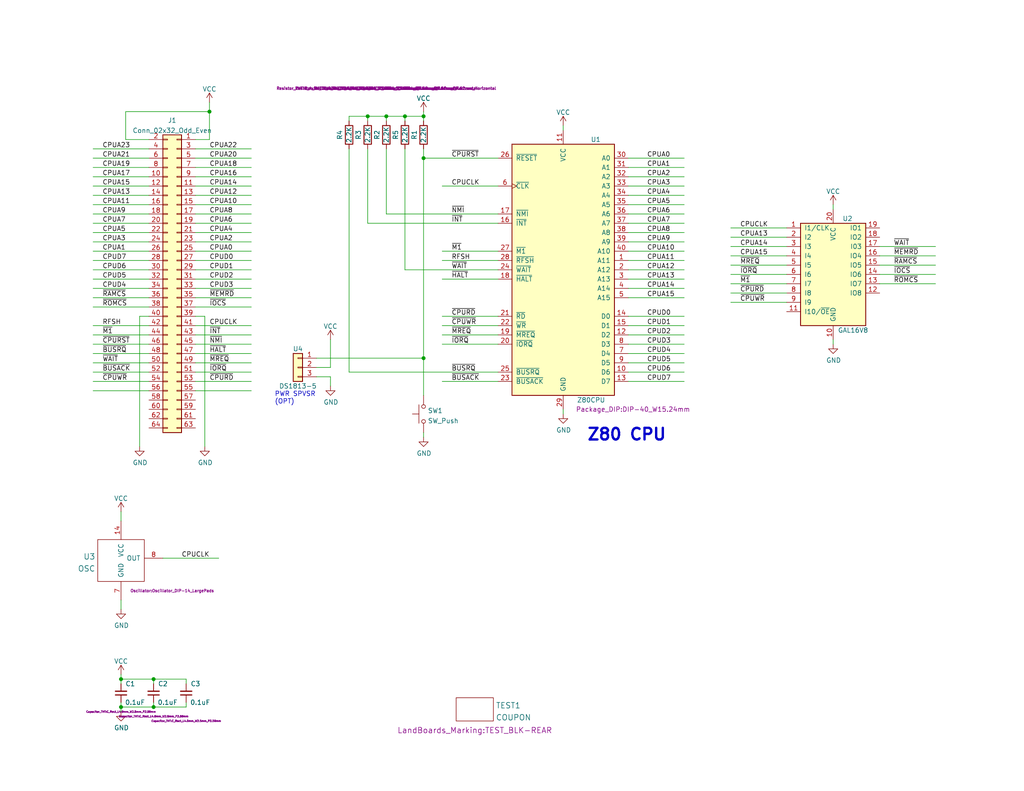
<source format=kicad_sch>
(kicad_sch (version 20231120) (generator "eeschema") (generator_version "8.0")
  (paper "A")
  (title_block (title "LB-Z80-01") (date "2022-09-09") (rev "1") (company "Land Boards LLC"))
  (lib_symbols
    (symbol "Connector_Generic:Conn_01x03" (pin_names (offset 1.016) hide)
      (property "Reference" "J" (at 0 5.08 0))
      (property "Value" "Conn_01x03" (at 0 -5.08 0))
      (symbol "Conn_01x03_1_1"
        (rectangle (start -1.27 -2.413) (end 0 -2.667) (stroke (width 0.1524)))
        (rectangle (start -1.27 0.127) (end 0 -0.127) (stroke (width 0.1524)))
        (rectangle (start -1.27 2.667) (end 0 2.413) (stroke (width 0.1524)))
        (rectangle (start -1.27 3.81) (end 1.27 -3.81) (stroke (width 0.254)) (fill (type background)))
        (pin passive line (at -5.08 2.54 0) (length 3.81) (name "Pin_1") (number "1"))
        (pin passive line (at -5.08 0 0) (length 3.81) (name "Pin_2") (number "2"))
        (pin passive line (at -5.08 -2.54 0) (length 3.81) (name "Pin_3") (number "3"))
      )
    )
    (symbol "Connector_Generic:Conn_02x32_Odd_Even" (pin_names (offset 1.016) hide)
      (property "Reference" "J" (at 1.27 40.64 0))
      (property "Value" "Conn_02x32_Odd_Even" (at 1.27 -43.18 0))
      (symbol "Conn_02x32_Odd_Even_1_1"
        (rectangle (start -1.27 -40.513) (end 0 -40.767) (stroke (width 0.1524)))
        (rectangle (start -1.27 -37.973) (end 0 -38.227) (stroke (width 0.1524)))
        (rectangle (start -1.27 -35.433) (end 0 -35.687) (stroke (width 0.1524)))
        (rectangle (start -1.27 -32.893) (end 0 -33.147) (stroke (width 0.1524)))
        (rectangle (start -1.27 -30.353) (end 0 -30.607) (stroke (width 0.1524)))
        (rectangle (start -1.27 -27.813) (end 0 -28.067) (stroke (width 0.1524)))
        (rectangle (start -1.27 -25.273) (end 0 -25.527) (stroke (width 0.1524)))
        (rectangle (start -1.27 -22.733) (end 0 -22.987) (stroke (width 0.1524)))
        (rectangle (start -1.27 -20.193) (end 0 -20.447) (stroke (width 0.1524)))
        (rectangle (start -1.27 -17.653) (end 0 -17.907) (stroke (width 0.1524)))
        (rectangle (start -1.27 -15.113) (end 0 -15.367) (stroke (width 0.1524)))
        (rectangle (start -1.27 -12.573) (end 0 -12.827) (stroke (width 0.1524)))
        (rectangle (start -1.27 -10.033) (end 0 -10.287) (stroke (width 0.1524)))
        (rectangle (start -1.27 -7.493) (end 0 -7.747) (stroke (width 0.1524)))
        (rectangle (start -1.27 -4.953) (end 0 -5.207) (stroke (width 0.1524)))
        (rectangle (start -1.27 -2.413) (end 0 -2.667) (stroke (width 0.1524)))
        (rectangle (start -1.27 0.127) (end 0 -0.127) (stroke (width 0.1524)))
        (rectangle (start -1.27 2.667) (end 0 2.413) (stroke (width 0.1524)))
        (rectangle (start -1.27 5.207) (end 0 4.953) (stroke (width 0.1524)))
        (rectangle (start -1.27 7.747) (end 0 7.493) (stroke (width 0.1524)))
        (rectangle (start -1.27 10.287) (end 0 10.033) (stroke (width 0.1524)))
        (rectangle (start -1.27 12.827) (end 0 12.573) (stroke (width 0.1524)))
        (rectangle (start -1.27 15.367) (end 0 15.113) (stroke (width 0.1524)))
        (rectangle (start -1.27 17.907) (end 0 17.653) (stroke (width 0.1524)))
        (rectangle (start -1.27 20.447) (end 0 20.193) (stroke (width 0.1524)))
        (rectangle (start -1.27 22.987) (end 0 22.733) (stroke (width 0.1524)))
        (rectangle (start -1.27 25.527) (end 0 25.273) (stroke (width 0.1524)))
        (rectangle (start -1.27 28.067) (end 0 27.813) (stroke (width 0.1524)))
        (rectangle (start -1.27 30.607) (end 0 30.353) (stroke (width 0.1524)))
        (rectangle (start -1.27 33.147) (end 0 32.893) (stroke (width 0.1524)))
        (rectangle (start -1.27 35.687) (end 0 35.433) (stroke (width 0.1524)))
        (rectangle (start -1.27 38.227) (end 0 37.973) (stroke (width 0.1524)))
        (rectangle (start -1.27 39.37) (end 3.81 -41.91) (stroke (width 0.254)) (fill (type background)))
        (rectangle (start 3.81 -40.513) (end 2.54 -40.767) (stroke (width 0.1524)))
        (rectangle (start 3.81 -37.973) (end 2.54 -38.227) (stroke (width 0.1524)))
        (rectangle (start 3.81 -35.433) (end 2.54 -35.687) (stroke (width 0.1524)))
        (rectangle (start 3.81 -32.893) (end 2.54 -33.147) (stroke (width 0.1524)))
        (rectangle (start 3.81 -30.353) (end 2.54 -30.607) (stroke (width 0.1524)))
        (rectangle (start 3.81 -27.813) (end 2.54 -28.067) (stroke (width 0.1524)))
        (rectangle (start 3.81 -25.273) (end 2.54 -25.527) (stroke (width 0.1524)))
        (rectangle (start 3.81 -22.733) (end 2.54 -22.987) (stroke (width 0.1524)))
        (rectangle (start 3.81 -20.193) (end 2.54 -20.447) (stroke (width 0.1524)))
        (rectangle (start 3.81 -17.653) (end 2.54 -17.907) (stroke (width 0.1524)))
        (rectangle (start 3.81 -15.113) (end 2.54 -15.367) (stroke (width 0.1524)))
        (rectangle (start 3.81 -12.573) (end 2.54 -12.827) (stroke (width 0.1524)))
        (rectangle (start 3.81 -10.033) (end 2.54 -10.287) (stroke (width 0.1524)))
        (rectangle (start 3.81 -7.493) (end 2.54 -7.747) (stroke (width 0.1524)))
        (rectangle (start 3.81 -4.953) (end 2.54 -5.207) (stroke (width 0.1524)))
        (rectangle (start 3.81 -2.413) (end 2.54 -2.667) (stroke (width 0.1524)))
        (rectangle (start 3.81 0.127) (end 2.54 -0.127) (stroke (width 0.1524)))
        (rectangle (start 3.81 2.667) (end 2.54 2.413) (stroke (width 0.1524)))
        (rectangle (start 3.81 5.207) (end 2.54 4.953) (stroke (width 0.1524)))
        (rectangle (start 3.81 7.747) (end 2.54 7.493) (stroke (width 0.1524)))
        (rectangle (start 3.81 10.287) (end 2.54 10.033) (stroke (width 0.1524)))
        (rectangle (start 3.81 12.827) (end 2.54 12.573) (stroke (width 0.1524)))
        (rectangle (start 3.81 15.367) (end 2.54 15.113) (stroke (width 0.1524)))
        (rectangle (start 3.81 17.907) (end 2.54 17.653) (stroke (width 0.1524)))
        (rectangle (start 3.81 20.447) (end 2.54 20.193) (stroke (width 0.1524)))
        (rectangle (start 3.81 22.987) (end 2.54 22.733) (stroke (width 0.1524)))
        (rectangle (start 3.81 25.527) (end 2.54 25.273) (stroke (width 0.1524)))
        (rectangle (start 3.81 28.067) (end 2.54 27.813) (stroke (width 0.1524)))
        (rectangle (start 3.81 30.607) (end 2.54 30.353) (stroke (width 0.1524)))
        (rectangle (start 3.81 33.147) (end 2.54 32.893) (stroke (width 0.1524)))
        (rectangle (start 3.81 35.687) (end 2.54 35.433) (stroke (width 0.1524)))
        (rectangle (start 3.81 38.227) (end 2.54 37.973) (stroke (width 0.1524)))
        (pin passive line (at -5.08 38.1 0) (length 3.81) (name "Pin_1") (number "1"))
        (pin passive line (at 7.62 27.94 180) (length 3.81) (name "Pin_10") (number "10"))
        (pin passive line (at -5.08 25.4 0) (length 3.81) (name "Pin_11") (number "11"))
        (pin passive line (at 7.62 25.4 180) (length 3.81) (name "Pin_12") (number "12"))
        (pin passive line (at -5.08 22.86 0) (length 3.81) (name "Pin_13") (number "13"))
        (pin passive line (at 7.62 22.86 180) (length 3.81) (name "Pin_14") (number "14"))
        (pin passive line (at -5.08 20.32 0) (length 3.81) (name "Pin_15") (number "15"))
        (pin passive line (at 7.62 20.32 180) (length 3.81) (name "Pin_16") (number "16"))
        (pin passive line (at -5.08 17.78 0) (length 3.81) (name "Pin_17") (number "17"))
        (pin passive line (at 7.62 17.78 180) (length 3.81) (name "Pin_18") (number "18"))
        (pin passive line (at -5.08 15.24 0) (length 3.81) (name "Pin_19") (number "19"))
        (pin passive line (at 7.62 38.1 180) (length 3.81) (name "Pin_2") (number "2"))
        (pin passive line (at 7.62 15.24 180) (length 3.81) (name "Pin_20") (number "20"))
        (pin passive line (at -5.08 12.7 0) (length 3.81) (name "Pin_21") (number "21"))
        (pin passive line (at 7.62 12.7 180) (length 3.81) (name "Pin_22") (number "22"))
        (pin passive line (at -5.08 10.16 0) (length 3.81) (name "Pin_23") (number "23"))
        (pin passive line (at 7.62 10.16 180) (length 3.81) (name "Pin_24") (number "24"))
        (pin passive line (at -5.08 7.62 0) (length 3.81) (name "Pin_25") (number "25"))
        (pin passive line (at 7.62 7.62 180) (length 3.81) (name "Pin_26") (number "26"))
        (pin passive line (at -5.08 5.08 0) (length 3.81) (name "Pin_27") (number "27"))
        (pin passive line (at 7.62 5.08 180) (length 3.81) (name "Pin_28") (number "28"))
        (pin passive line (at -5.08 2.54 0) (length 3.81) (name "Pin_29") (number "29"))
        (pin passive line (at -5.08 35.56 0) (length 3.81) (name "Pin_3") (number "3"))
        (pin passive line (at 7.62 2.54 180) (length 3.81) (name "Pin_30") (number "30"))
        (pin passive line (at -5.08 0 0) (length 3.81) (name "Pin_31") (number "31"))
        (pin passive line (at 7.62 0 180) (length 3.81) (name "Pin_32") (number "32"))
        (pin passive line (at -5.08 -2.54 0) (length 3.81) (name "Pin_33") (number "33"))
        (pin passive line (at 7.62 -2.54 180) (length 3.81) (name "Pin_34") (number "34"))
        (pin passive line (at -5.08 -5.08 0) (length 3.81) (name "Pin_35") (number "35"))
        (pin passive line (at 7.62 -5.08 180) (length 3.81) (name "Pin_36") (number "36"))
        (pin passive line (at -5.08 -7.62 0) (length 3.81) (name "Pin_37") (number "37"))
        (pin passive line (at 7.62 -7.62 180) (length 3.81) (name "Pin_38") (number "38"))
        (pin passive line (at -5.08 -10.16 0) (length 3.81) (name "Pin_39") (number "39"))
        (pin passive line (at 7.62 35.56 180) (length 3.81) (name "Pin_4") (number "4"))
        (pin passive line (at 7.62 -10.16 180) (length 3.81) (name "Pin_40") (number "40"))
        (pin passive line (at -5.08 -12.7 0) (length 3.81) (name "Pin_41") (number "41"))
        (pin passive line (at 7.62 -12.7 180) (length 3.81) (name "Pin_42") (number "42"))
        (pin passive line (at -5.08 -15.24 0) (length 3.81) (name "Pin_43") (number "43"))
        (pin passive line (at 7.62 -15.24 180) (length 3.81) (name "Pin_44") (number "44"))
        (pin passive line (at -5.08 -17.78 0) (length 3.81) (name "Pin_45") (number "45"))
        (pin passive line (at 7.62 -17.78 180) (length 3.81) (name "Pin_46") (number "46"))
        (pin passive line (at -5.08 -20.32 0) (length 3.81) (name "Pin_47") (number "47"))
        (pin passive line (at 7.62 -20.32 180) (length 3.81) (name "Pin_48") (number "48"))
        (pin passive line (at -5.08 -22.86 0) (length 3.81) (name "Pin_49") (number "49"))
        (pin passive line (at -5.08 33.02 0) (length 3.81) (name "Pin_5") (number "5"))
        (pin passive line (at 7.62 -22.86 180) (length 3.81) (name "Pin_50") (number "50"))
        (pin passive line (at -5.08 -25.4 0) (length 3.81) (name "Pin_51") (number "51"))
        (pin passive line (at 7.62 -25.4 180) (length 3.81) (name "Pin_52") (number "52"))
        (pin passive line (at -5.08 -27.94 0) (length 3.81) (name "Pin_53") (number "53"))
        (pin passive line (at 7.62 -27.94 180) (length 3.81) (name "Pin_54") (number "54"))
        (pin passive line (at -5.08 -30.48 0) (length 3.81) (name "Pin_55") (number "55"))
        (pin passive line (at 7.62 -30.48 180) (length 3.81) (name "Pin_56") (number "56"))
        (pin passive line (at -5.08 -33.02 0) (length 3.81) (name "Pin_57") (number "57"))
        (pin passive line (at 7.62 -33.02 180) (length 3.81) (name "Pin_58") (number "58"))
        (pin passive line (at -5.08 -35.56 0) (length 3.81) (name "Pin_59") (number "59"))
        (pin passive line (at 7.62 33.02 180) (length 3.81) (name "Pin_6") (number "6"))
        (pin passive line (at 7.62 -35.56 180) (length 3.81) (name "Pin_60") (number "60"))
        (pin passive line (at -5.08 -38.1 0) (length 3.81) (name "Pin_61") (number "61"))
        (pin passive line (at 7.62 -38.1 180) (length 3.81) (name "Pin_62") (number "62"))
        (pin passive line (at -5.08 -40.64 0) (length 3.81) (name "Pin_63") (number "63"))
        (pin passive line (at 7.62 -40.64 180) (length 3.81) (name "Pin_64") (number "64"))
        (pin passive line (at -5.08 30.48 0) (length 3.81) (name "Pin_7") (number "7"))
        (pin passive line (at 7.62 30.48 180) (length 3.81) (name "Pin_8") (number "8"))
        (pin passive line (at -5.08 27.94 0) (length 3.81) (name "Pin_9") (number "9"))
      )
    )
    (symbol "Device:C_Small" (pin_numbers hide) (pin_names (offset 0.254) hide)
      (property "Reference" "C" (at 0.254 1.778 0))
      (property "Value" "C_Small" (at 0.254 -2.032 0))
      (symbol "C_Small_0_1"
        (polyline (pts (xy -1.524 -0.508) (xy 1.524 -0.508)) (stroke (width 0.3302)))
        (polyline (pts (xy -1.524 0.508) (xy 1.524 0.508)) (stroke (width 0.3048)))
      )
      (symbol "C_Small_1_1"
        (pin passive line (at 0 2.54 270) (length 2.032) (name "~") (number "1"))
        (pin passive line (at 0 -2.54 90) (length 2.032) (name "~") (number "2"))
      )
    )
    (symbol "Device:R" (pin_numbers hide) (pin_names (offset 0))
      (property "Reference" "R" (at 2.032 0 90))
      (property "Value" "R" (at 0 0 90))
      (symbol "R_0_1"
        (rectangle (start -1.016 -2.54) (end 1.016 2.54) (stroke (width 0.254)))
      )
      (symbol "R_1_1"
        (pin passive line (at 0 3.81 270) (length 1.27) (name "~") (number "1"))
        (pin passive line (at 0 -3.81 90) (length 1.27) (name "~") (number "2"))
      )
    )
    (symbol "LandBoards:COUPON" (pin_names (offset 1.016))
      (property "Reference" "COUP?" (at 0 0 0))
      (property "Value" "COUPON" (at 0 0 0))
      (symbol "COUPON_0_1"
        (rectangle (start -5.08 0) (end 5.08 6.35))
      )
    )
    (symbol "LandBoards_Semis:OSC" (pin_names (offset 1.016))
      (property "Reference" "U" (at 3.81 6.35 0))
      (property "Value" "OSC" (at 5.08 -7.62 0))
      (symbol "OSC_0_1"
        (rectangle (start 6.35 -6.35) (end -6.35 5.08))
      )
      (symbol "OSC_1_1"
        (pin power_in line (at 0 10.16 270) (length 5.08) (name "VCC") (number "14"))
        (pin power_in line (at 0 -11.43 90) (length 5.08) (name "GND") (number "7"))
        (pin output line (at 11.43 0 180) (length 5.08) (name "OUT") (number "8"))
      )
    )
    (symbol "Logic_Programmable:GAL16V8" (pin_names (offset 1.016))
      (property "Reference" "U" (at -8.89 16.51 0))
      (property "Value" "GAL16V8" (at 1.27 16.51 0))
      (symbol "GAL16V8_0_0"
        (pin power_in line (at 0 -17.78 90) (length 3.81) (name "GND") (number "10"))
        (pin power_in line (at 0 17.78 270) (length 3.81) (name "VCC") (number "20"))
      )
      (symbol "GAL16V8_0_1"
        (rectangle (start -8.89 13.97) (end 8.89 -13.97) (stroke (width 0.254)) (fill (type background)))
      )
      (symbol "GAL16V8_1_1"
        (pin input line (at -12.7 12.7 0) (length 3.81) (name "I1/CLK") (number "1"))
        (pin input line (at -12.7 -10.16 0) (length 3.81) (name "I10/~{OE}") (number "11"))
        (pin tri_state line (at 12.7 -5.08 180) (length 3.81) (name "IO8") (number "12"))
        (pin tri_state line (at 12.7 -2.54 180) (length 3.81) (name "IO7") (number "13"))
        (pin tri_state line (at 12.7 0 180) (length 3.81) (name "IO6") (number "14"))
        (pin tri_state line (at 12.7 2.54 180) (length 3.81) (name "IO5") (number "15"))
        (pin tri_state line (at 12.7 5.08 180) (length 3.81) (name "IO4") (number "16"))
        (pin tri_state line (at 12.7 7.62 180) (length 3.81) (name "I03") (number "17"))
        (pin tri_state line (at 12.7 10.16 180) (length 3.81) (name "IO2") (number "18"))
        (pin tri_state line (at 12.7 12.7 180) (length 3.81) (name "IO1") (number "19"))
        (pin input line (at -12.7 10.16 0) (length 3.81) (name "I2") (number "2"))
        (pin input line (at -12.7 7.62 0) (length 3.81) (name "I3") (number "3"))
        (pin input line (at -12.7 5.08 0) (length 3.81) (name "I4") (number "4"))
        (pin input line (at -12.7 2.54 0) (length 3.81) (name "I5") (number "5"))
        (pin input line (at -12.7 0 0) (length 3.81) (name "I6") (number "6"))
        (pin input line (at -12.7 -2.54 0) (length 3.81) (name "I7") (number "7"))
        (pin input line (at -12.7 -5.08 0) (length 3.81) (name "I8") (number "8"))
        (pin input line (at -12.7 -7.62 0) (length 3.81) (name "I9") (number "9"))
      )
    )
    (symbol "Switch:SW_Push" (pin_numbers hide) (pin_names (offset 1.016) hide)
      (property "Reference" "SW" (at 1.27 2.54 0))
      (property "Value" "SW_Push" (at 0 -1.524 0))
      (symbol "SW_Push_0_1"
        (circle (center -2.032 0) (radius 0.508))
        (polyline (pts (xy 0 1.27) (xy 0 3.048)))
        (polyline (pts (xy 2.54 1.27) (xy -2.54 1.27)))
        (circle (center 2.032 0) (radius 0.508))
        (pin passive line (at -5.08 0 0) (length 2.54) (name "1") (number "1"))
        (pin passive line (at 5.08 0 180) (length 2.54) (name "2") (number "2"))
      )
    )
    (symbol "Z80_CPU-rescue:Z80CPU-Zilog" (pin_names (offset 1.016))
      (property "Reference" "U" (at -13.97 35.56 0))
      (property "Value" "Z80CPU-Zilog" (at 6.35 35.56 0))
      (symbol "Z80CPU-Zilog_0_1"
        (rectangle (start -13.97 34.29) (end 13.97 -34.29) (stroke (width 0.254)) (fill (type background)))
      )
      (symbol "Z80CPU-Zilog_1_1"
        (pin output line (at 17.78 2.54 180) (length 3.81) (name "A11") (number "1"))
        (pin bidirectional line (at 17.78 -27.94 180) (length 3.81) (name "D6") (number "10"))
        (pin power_in line (at 0 38.1 270) (length 3.81) (name "VCC") (number "11"))
        (pin bidirectional line (at 17.78 -17.78 180) (length 3.81) (name "D2") (number "12"))
        (pin bidirectional line (at 17.78 -30.48 180) (length 3.81) (name "D7") (number "13"))
        (pin bidirectional line (at 17.78 -12.7 180) (length 3.81) (name "D0") (number "14"))
        (pin bidirectional line (at 17.78 -15.24 180) (length 3.81) (name "D1") (number "15"))
        (pin input line (at -17.78 12.7 0) (length 3.81) (name "~{INT}") (number "16"))
        (pin input line (at -17.78 15.24 0) (length 3.81) (name "~{NMI}") (number "17"))
        (pin output line (at -17.78 -2.54 0) (length 3.81) (name "~{HALT}") (number "18"))
        (pin output line (at -17.78 -17.78 0) (length 3.81) (name "~{MREQ}") (number "19"))
        (pin output line (at 17.78 0 180) (length 3.81) (name "A12") (number "2"))
        (pin output line (at -17.78 -20.32 0) (length 3.81) (name "~{IORQ}") (number "20"))
        (pin output line (at -17.78 -12.7 0) (length 3.81) (name "~{RD}") (number "21"))
        (pin output line (at -17.78 -15.24 0) (length 3.81) (name "~{WR}") (number "22"))
        (pin output line (at -17.78 -30.48 0) (length 3.81) (name "~{BUSACK}") (number "23"))
        (pin input line (at -17.78 0 0) (length 3.81) (name "~{WAIT}") (number "24"))
        (pin input line (at -17.78 -27.94 0) (length 3.81) (name "~{BUSRQ}") (number "25"))
        (pin input line (at -17.78 30.48 0) (length 3.81) (name "~{RESET}") (number "26"))
        (pin output line (at -17.78 5.08 0) (length 3.81) (name "~{M1}") (number "27"))
        (pin output line (at -17.78 2.54 0) (length 3.81) (name "~{RFSH}") (number "28"))
        (pin power_in line (at 0 -38.1 90) (length 3.81) (name "GND") (number "29"))
        (pin output line (at 17.78 -2.54 180) (length 3.81) (name "A13") (number "3"))
        (pin output line (at 17.78 30.48 180) (length 3.81) (name "A0") (number "30"))
        (pin output line (at 17.78 27.94 180) (length 3.81) (name "A1") (number "31"))
        (pin output line (at 17.78 25.4 180) (length 3.81) (name "A2") (number "32"))
        (pin output line (at 17.78 22.86 180) (length 3.81) (name "A3") (number "33"))
        (pin output line (at 17.78 20.32 180) (length 3.81) (name "A4") (number "34"))
        (pin output line (at 17.78 17.78 180) (length 3.81) (name "A5") (number "35"))
        (pin output line (at 17.78 15.24 180) (length 3.81) (name "A6") (number "36"))
        (pin output line (at 17.78 12.7 180) (length 3.81) (name "A7") (number "37"))
        (pin output line (at 17.78 10.16 180) (length 3.81) (name "A8") (number "38"))
        (pin output line (at 17.78 7.62 180) (length 3.81) (name "A9") (number "39"))
        (pin output line (at 17.78 -5.08 180) (length 3.81) (name "A14") (number "4"))
        (pin output line (at 17.78 5.08 180) (length 3.81) (name "A10") (number "40"))
        (pin output line (at 17.78 -7.62 180) (length 3.81) (name "A15") (number "5"))
        (pin input clock (at -17.78 22.86 0) (length 3.81) (name "~{CLK}") (number "6"))
        (pin bidirectional line (at 17.78 -22.86 180) (length 3.81) (name "D4") (number "7"))
        (pin bidirectional line (at 17.78 -20.32 180) (length 3.81) (name "D3") (number "8"))
        (pin bidirectional line (at 17.78 -25.4 180) (length 3.81) (name "D5") (number "9"))
      )
    )
    (symbol "power:GND" (power) (pin_names (offset 0))
      (property "Value" "GND" (at 0 -3.81 0))
      (symbol "GND_0_1"
        (polyline (pts (xy 0 0) (xy 0 -1.27) (xy 1.27 -1.27) (xy 0 -2.54) (xy -1.27 -1.27) (xy 0 -1.27)))
      )
      (symbol "GND_1_1"
        (pin power_in line (at 0 0 270) (length 0) hide (name "GND") (number "1"))
      )
    )
    (symbol "power:VCC" (power) (pin_names (offset 0))
      (property "Value" "VCC" (at 0 3.81 0))
      (symbol "VCC_0_1"
        (polyline (pts (xy -0.762 1.27) (xy 0 2.54)))
        (polyline (pts (xy 0 0) (xy 0 2.54)))
        (polyline (pts (xy 0 2.54) (xy 0.762 1.27)))
      )
      (symbol "VCC_1_1"
        (pin power_in line (at 0 0 90) (length 0) hide (name "VCC") (number "1"))
      )
    )
  )
  (junction (at 100.33 31.75))
  (junction (at 115.57 43.18))
  (junction (at 33.02 193.04))
  (junction (at 110.49 31.75))
  (junction (at 115.57 97.79))
  (junction (at 105.41 31.75))
  (junction (at 41.91 185.42))
  (junction (at 41.91 193.04))
  (junction (at 33.02 185.42))
  (junction (at 115.57 31.75))
  (junction (at 57.15 30.48))
  (wire (pts (xy 38.1 86.36) (xy 38.1 121.92)))
  (wire (pts (xy 120.65 76.2) (xy 135.89 76.2)))
  (wire (pts (xy 171.45 60.96) (xy 186.69 60.96)))
  (wire (pts (xy 33.02 193.04) (xy 33.02 194.31)))
  (wire (pts (xy 25.4 93.98) (xy 40.64 93.98)))
  (wire (pts (xy 53.34 45.72) (xy 68.58 45.72)))
  (wire (pts (xy 25.4 71.12) (xy 40.64 71.12)))
  (wire (pts (xy 53.34 106.68) (xy 68.58 106.68)))
  (wire (pts (xy 199.39 82.55) (xy 214.63 82.55)))
  (wire (pts (xy 53.34 48.26) (xy 68.58 48.26)))
  (wire (pts (xy 171.45 101.6) (xy 186.69 101.6)))
  (wire (pts (xy 115.57 118.11) (xy 115.57 119.38)))
  (wire (pts (xy 57.15 38.1) (xy 57.15 30.48)))
  (wire (pts (xy 171.45 73.66) (xy 186.69 73.66)))
  (wire (pts (xy 171.45 66.04) (xy 186.69 66.04)))
  (wire (pts (xy 53.34 63.5) (xy 68.58 63.5)))
  (wire (pts (xy 33.02 139.7) (xy 33.02 142.24)))
  (wire (pts (xy 199.39 62.23) (xy 214.63 62.23)))
  (wire (pts (xy 120.65 68.58) (xy 135.89 68.58)))
  (wire (pts (xy 57.15 30.48) (xy 34.29 30.48)))
  (wire (pts (xy 41.91 186.69) (xy 41.91 185.42)))
  (wire (pts (xy 33.02 193.04) (xy 41.91 193.04)))
  (wire (pts (xy 110.49 73.66) (xy 135.89 73.66)))
  (wire (pts (xy 227.33 57.15) (xy 227.33 55.88)))
  (wire (pts (xy 120.65 93.98) (xy 135.89 93.98)))
  (wire (pts (xy 53.34 68.58) (xy 68.58 68.58)))
  (wire (pts (xy 53.34 50.8) (xy 68.58 50.8)))
  (wire (pts (xy 115.57 31.75) (xy 115.57 30.48)))
  (wire (pts (xy 90.17 102.87) (xy 90.17 105.41)))
  (wire (pts (xy 100.33 31.75) (xy 100.33 33.02)))
  (wire (pts (xy 38.1 86.36) (xy 40.64 86.36)))
  (wire (pts (xy 53.34 104.14) (xy 68.58 104.14)))
  (wire (pts (xy 25.4 58.42) (xy 40.64 58.42)))
  (wire (pts (xy 53.34 38.1) (xy 57.15 38.1)))
  (wire (pts (xy 33.02 163.83) (xy 33.02 166.37)))
  (wire (pts (xy 199.39 67.31) (xy 214.63 67.31)))
  (wire (pts (xy 110.49 31.75) (xy 110.49 33.02)))
  (wire (pts (xy 120.65 71.12) (xy 135.89 71.12)))
  (wire (pts (xy 95.25 40.64) (xy 95.25 101.6)))
  (wire (pts (xy 199.39 80.01) (xy 214.63 80.01)))
  (wire (pts (xy 115.57 43.18) (xy 135.89 43.18)))
  (wire (pts (xy 25.4 73.66) (xy 40.64 73.66)))
  (wire (pts (xy 25.4 55.88) (xy 40.64 55.88)))
  (wire (pts (xy 50.8 193.04) (xy 50.8 191.77)))
  (wire (pts (xy 105.41 58.42) (xy 135.89 58.42)))
  (wire (pts (xy 53.34 96.52) (xy 68.58 96.52)))
  (wire (pts (xy 25.4 68.58) (xy 40.64 68.58)))
  (wire (pts (xy 25.4 48.26) (xy 40.64 48.26)))
  (wire (pts (xy 25.4 83.82) (xy 40.64 83.82)))
  (wire (pts (xy 171.45 76.2) (xy 186.69 76.2)))
  (wire (pts (xy 53.34 99.06) (xy 68.58 99.06)))
  (wire (pts (xy 53.34 55.88) (xy 68.58 55.88)))
  (wire (pts (xy 57.15 30.48) (xy 57.15 27.94)))
  (wire (pts (xy 120.65 91.44) (xy 135.89 91.44)))
  (wire (pts (xy 240.03 69.85) (xy 255.27 69.85)))
  (wire (pts (xy 34.29 38.1) (xy 40.64 38.1)))
  (wire (pts (xy 53.34 73.66) (xy 68.58 73.66)))
  (wire (pts (xy 33.02 184.15) (xy 33.02 185.42)))
  (wire (pts (xy 25.4 81.28) (xy 40.64 81.28)))
  (wire (pts (xy 199.39 72.39) (xy 214.63 72.39)))
  (wire (pts (xy 53.34 71.12) (xy 68.58 71.12)))
  (wire (pts (xy 25.4 60.96) (xy 40.64 60.96)))
  (wire (pts (xy 86.36 100.33) (xy 90.17 100.33)))
  (wire (pts (xy 199.39 64.77) (xy 214.63 64.77)))
  (wire (pts (xy 115.57 31.75) (xy 110.49 31.75)))
  (wire (pts (xy 171.45 48.26) (xy 186.69 48.26)))
  (wire (pts (xy 153.67 111.76) (xy 153.67 113.03)))
  (wire (pts (xy 171.45 53.34) (xy 186.69 53.34)))
  (wire (pts (xy 53.34 83.82) (xy 68.58 83.82)))
  (wire (pts (xy 53.34 40.64) (xy 68.58 40.64)))
  (wire (pts (xy 90.17 92.71) (xy 90.17 100.33)))
  (wire (pts (xy 53.34 60.96) (xy 68.58 60.96)))
  (wire (pts (xy 41.91 191.77) (xy 41.91 193.04)))
  (wire (pts (xy 55.88 86.36) (xy 55.88 121.92)))
  (wire (pts (xy 171.45 55.88) (xy 186.69 55.88)))
  (wire (pts (xy 105.41 31.75) (xy 100.33 31.75)))
  (wire (pts (xy 25.4 43.18) (xy 40.64 43.18)))
  (wire (pts (xy 110.49 73.66) (xy 110.49 40.64)))
  (wire (pts (xy 25.4 106.68) (xy 40.64 106.68)))
  (wire (pts (xy 33.02 186.69) (xy 33.02 185.42)))
  (wire (pts (xy 50.8 186.69) (xy 50.8 185.42)))
  (wire (pts (xy 95.25 31.75) (xy 95.25 33.02)))
  (wire (pts (xy 25.4 66.04) (xy 40.64 66.04)))
  (wire (pts (xy 199.39 69.85) (xy 214.63 69.85)))
  (wire (pts (xy 171.45 99.06) (xy 186.69 99.06)))
  (wire (pts (xy 171.45 91.44) (xy 186.69 91.44)))
  (wire (pts (xy 227.33 92.71) (xy 227.33 93.98)))
  (wire (pts (xy 25.4 76.2) (xy 40.64 76.2)))
  (wire (pts (xy 171.45 88.9) (xy 186.69 88.9)))
  (wire (pts (xy 53.34 86.36) (xy 55.88 86.36)))
  (wire (pts (xy 171.45 43.18) (xy 186.69 43.18)))
  (wire (pts (xy 25.4 101.6) (xy 40.64 101.6)))
  (wire (pts (xy 25.4 78.74) (xy 40.64 78.74)))
  (wire (pts (xy 115.57 97.79) (xy 115.57 43.18)))
  (wire (pts (xy 120.65 88.9) (xy 135.89 88.9)))
  (wire (pts (xy 115.57 40.64) (xy 115.57 43.18)))
  (wire (pts (xy 120.65 86.36) (xy 135.89 86.36)))
  (wire (pts (xy 53.34 53.34) (xy 68.58 53.34)))
  (wire (pts (xy 86.36 97.79) (xy 115.57 97.79)))
  (wire (pts (xy 105.41 31.75) (xy 105.41 33.02)))
  (wire (pts (xy 25.4 91.44) (xy 40.64 91.44)))
  (wire (pts (xy 240.03 74.93) (xy 255.27 74.93)))
  (wire (pts (xy 171.45 81.28) (xy 186.69 81.28)))
  (wire (pts (xy 115.57 33.02) (xy 115.57 31.75)))
  (wire (pts (xy 53.34 58.42) (xy 68.58 58.42)))
  (wire (pts (xy 53.34 81.28) (xy 68.58 81.28)))
  (wire (pts (xy 25.4 40.64) (xy 40.64 40.64)))
  (wire (pts (xy 100.33 60.96) (xy 135.89 60.96)))
  (wire (pts (xy 25.4 88.9) (xy 40.64 88.9)))
  (wire (pts (xy 25.4 45.72) (xy 40.64 45.72)))
  (wire (pts (xy 115.57 107.95) (xy 115.57 97.79)))
  (wire (pts (xy 34.29 30.48) (xy 34.29 38.1)))
  (wire (pts (xy 33.02 185.42) (xy 41.91 185.42)))
  (wire (pts (xy 53.34 93.98) (xy 68.58 93.98)))
  (wire (pts (xy 100.33 31.75) (xy 95.25 31.75)))
  (wire (pts (xy 53.34 76.2) (xy 68.58 76.2)))
  (wire (pts (xy 199.39 77.47) (xy 214.63 77.47)))
  (wire (pts (xy 171.45 63.5) (xy 186.69 63.5)))
  (wire (pts (xy 33.02 191.77) (xy 33.02 193.04)))
  (wire (pts (xy 171.45 96.52) (xy 186.69 96.52)))
  (wire (pts (xy 120.65 50.8) (xy 135.89 50.8)))
  (wire (pts (xy 53.34 91.44) (xy 68.58 91.44)))
  (wire (pts (xy 53.34 101.6) (xy 68.58 101.6)))
  (wire (pts (xy 25.4 99.06) (xy 40.64 99.06)))
  (wire (pts (xy 240.03 72.39) (xy 255.27 72.39)))
  (wire (pts (xy 53.34 88.9) (xy 68.58 88.9)))
  (wire (pts (xy 240.03 67.31) (xy 255.27 67.31)))
  (wire (pts (xy 171.45 78.74) (xy 186.69 78.74)))
  (wire (pts (xy 25.4 53.34) (xy 40.64 53.34)))
  (wire (pts (xy 41.91 193.04) (xy 50.8 193.04)))
  (wire (pts (xy 53.34 66.04) (xy 68.58 66.04)))
  (wire (pts (xy 120.65 104.14) (xy 135.89 104.14)))
  (wire (pts (xy 199.39 74.93) (xy 214.63 74.93)))
  (wire (pts (xy 171.45 104.14) (xy 186.69 104.14)))
  (wire (pts (xy 100.33 60.96) (xy 100.33 40.64)))
  (wire (pts (xy 110.49 31.75) (xy 105.41 31.75)))
  (wire (pts (xy 44.45 152.4) (xy 59.69 152.4)))
  (wire (pts (xy 25.4 104.14) (xy 40.64 104.14)))
  (wire (pts (xy 171.45 68.58) (xy 186.69 68.58)))
  (wire (pts (xy 53.34 43.18) (xy 68.58 43.18)))
  (wire (pts (xy 25.4 96.52) (xy 40.64 96.52)))
  (wire (pts (xy 171.45 50.8) (xy 186.69 50.8)))
  (wire (pts (xy 25.4 63.5) (xy 40.64 63.5)))
  (wire (pts (xy 171.45 71.12) (xy 186.69 71.12)))
  (wire (pts (xy 50.8 185.42) (xy 41.91 185.42)))
  (wire (pts (xy 95.25 101.6) (xy 135.89 101.6)))
  (wire (pts (xy 86.36 102.87) (xy 90.17 102.87)))
  (wire (pts (xy 25.4 50.8) (xy 40.64 50.8)))
  (wire (pts (xy 240.03 77.47) (xy 255.27 77.47)))
  (wire (pts (xy 153.67 35.56) (xy 153.67 34.29)))
  (wire (pts (xy 171.45 45.72) (xy 186.69 45.72)))
  (wire (pts (xy 171.45 58.42) (xy 186.69 58.42)))
  (wire (pts (xy 171.45 93.98) (xy 186.69 93.98)))
  (wire (pts (xy 105.41 58.42) (xy 105.41 40.64)))
  (wire (pts (xy 53.34 78.74) (xy 68.58 78.74)))
  (wire (pts (xy 171.45 86.36) (xy 186.69 86.36)))
  (text "Z80 CPU" (at 160.02 120.65 0) (effects (font (size 3.175 3.175) (thickness 0.635) (bold yes)) (justify left bottom)))
  (text "PWR SPVSR\n(OPT)" (at 74.93 110.49 0) (effects (font (size 1.27 1.27)) (justify left bottom)))
  (label "~{BUSRQ}" (at 123.19 101.6 0))
  (label "CPUD6" (at 176.53 101.6 0))
  (label "CPUD3" (at 57.15 78.74 0))
  (label "CPUA22" (at 57.15 40.64 0))
  (label "CPUD0" (at 57.15 71.12 0))
  (label "CPUA9" (at 176.53 66.04 0))
  (label "CPUA1" (at 176.53 45.72 0))
  (label "~{RAMCS}" (at 243.84 72.39 0))
  (label "~{NMI}" (at 57.15 93.98 0))
  (label "~{M1}" (at 201.93 77.47 0))
  (label "~{HALT}" (at 57.15 96.52 0))
  (label "CPUA12" (at 176.53 73.66 0))
  (label "~{IORQ}" (at 57.15 101.6 0))
  (label "~{IOCS}" (at 243.84 74.93 0))
  (label "CPUA3" (at 176.53 50.8 0))
  (label "CPUA21" (at 27.94 43.18 0))
  (label "CPUA18" (at 57.15 45.72 0))
  (label "~{WAIT}" (at 243.84 67.31 0))
  (label "CPUA15" (at 176.53 81.28 0))
  (label "~{CPURD}" (at 123.19 86.36 0))
  (label "~{WAIT}" (at 123.19 73.66 0))
  (label "~{ROMCS}" (at 243.84 77.47 0))
  (label "CPUA0" (at 57.15 68.58 0))
  (label "~{CPURST}" (at 27.94 93.98 0))
  (label "CPUA1" (at 27.94 68.58 0))
  (label "~{NMI}" (at 123.19 58.42 0))
  (label "CPUA5" (at 27.94 63.5 0))
  (label "CPUD7" (at 176.53 104.14 0))
  (label "CPUD3" (at 176.53 93.98 0))
  (label "CPUD4" (at 176.53 96.52 0))
  (label "CPUD7" (at 27.94 71.12 0))
  (label "~{MEMRD}" (at 57.15 81.28 0))
  (label "CPUA4" (at 57.15 63.5 0))
  (label "CPUA10" (at 57.15 55.88 0))
  (label "CPUA6" (at 57.15 60.96 0))
  (label "~{M1}" (at 123.19 68.58 0))
  (label "CPUA8" (at 176.53 63.5 0))
  (label "CPUA11" (at 27.94 55.88 0))
  (label "CPUA2" (at 176.53 48.26 0))
  (label "CPUA12" (at 57.15 53.34 0))
  (label "RFSH" (at 27.94 88.9 0))
  (label "~{RAMCS}" (at 27.94 81.28 0))
  (label "CPUD1" (at 57.15 73.66 0))
  (label "~{MREQ}" (at 57.15 99.06 0))
  (label "CPUCLK" (at 201.93 62.23 0))
  (label "~{CPURD}" (at 57.15 104.14 0))
  (label "CPUA9" (at 27.94 58.42 0))
  (label "~{IORQ}" (at 123.19 93.98 0))
  (label "CPUD5" (at 27.94 76.2 0))
  (label "CPUA14" (at 176.53 78.74 0))
  (label "CPUD6" (at 27.94 73.66 0))
  (label "~{BUSACK}" (at 123.19 104.14 0))
  (label "~{CPUWR}" (at 123.19 88.9 0))
  (label "CPUA10" (at 176.53 68.58 0))
  (label "CPUA7" (at 27.94 60.96 0))
  (label "CPUA19" (at 27.94 45.72 0))
  (label "~{BUSACK}" (at 27.94 101.6 0))
  (label "~{IOCS}" (at 57.15 83.82 0))
  (label "~{CPURD}" (at 201.93 80.01 0))
  (label "~{IORQ}" (at 201.93 74.93 0))
  (label "~{MREQ}" (at 201.93 72.39 0))
  (label "CPUCLK" (at 57.15 88.9 0))
  (label "~{BUSRQ}" (at 27.94 96.52 0))
  (label "RFSH" (at 123.19 71.12 0))
  (label "~{ROMCS}" (at 27.94 83.82 0))
  (label "CPUD4" (at 27.94 78.74 0))
  (label "CPUA17" (at 27.94 48.26 0))
  (label "CPUA13" (at 27.94 53.34 0))
  (label "CPUD2" (at 176.53 91.44 0))
  (label "CPUCLK" (at 49.53 152.4 0))
  (label "~{CPUWR}" (at 201.93 82.55 0))
  (label "CPUA20" (at 57.15 43.18 0))
  (label "CPUA2" (at 57.15 66.04 0))
  (label "CPUA4" (at 176.53 53.34 0))
  (label "~{WAIT}" (at 27.94 99.06 0))
  (label "CPUA13" (at 176.53 76.2 0))
  (label "~{CPUWR}" (at 27.94 104.14 0))
  (label "CPUA6" (at 176.53 58.42 0))
  (label "CPUD2" (at 57.15 76.2 0))
  (label "CPUA7" (at 176.53 60.96 0))
  (label "~{INT}" (at 123.19 60.96 0))
  (label "CPUA5" (at 176.53 55.88 0))
  (label "CPUA23" (at 27.94 40.64 0))
  (label "~{MEMRD}" (at 243.84 69.85 0))
  (label "CPUD0" (at 176.53 86.36 0))
  (label "CPUA11" (at 176.53 71.12 0))
  (label "~{M1}" (at 27.94 91.44 0))
  (label "CPUD1" (at 176.53 88.9 0))
  (label "CPUD5" (at 176.53 99.06 0))
  (label "CPUA14" (at 57.15 50.8 0))
  (label "CPUCLK" (at 123.19 50.8 0))
  (label "CPUA8" (at 57.15 58.42 0))
  (label "~{INT}" (at 57.15 91.44 0))
  (label "CPUA16" (at 57.15 48.26 0))
  (label "CPUA3" (at 27.94 66.04 0))
  (label "~{MREQ}" (at 123.19 91.44 0))
  (label "CPUA0" (at 176.53 43.18 0))
  (label "CPUA15" (at 27.94 50.8 0))
  (label "CPUA15" (at 201.93 69.85 0))
  (label "CPUA14" (at 201.93 67.31 0))
  (label "~{CPURST}" (at 123.19 43.18 0))
  (label "~{HALT}" (at 123.19 76.2 0))
  (label "CPUA13" (at 201.93 64.77 0))
  (symbol (lib_id "Z80_CPU-rescue:Z80CPU-Zilog") (at 153.67 73.66 0) (unit 1)
    (property "Reference" "U1" (at 162.56 38.1 0))
    (property "Value" "Z80CPU" (at 161.29 109.22 0))
    (property "Footprint" "Package_DIP:DIP-40_W15.24mm" (at 172.72 111.76 0))
  )
  (symbol (lib_id "power:GND") (at 153.67 113.03 0) (unit 1)
    (property "Reference" "#PWR0101" (effects (hide yes)))
    (property "Value" "GND" (at 153.797 117.4242 0))
  )
  (symbol (lib_id "power:GND") (at 33.02 194.31 0) (unit 1)
    (property "Reference" "#PWR0126" (effects (hide yes)))
    (property "Value" "GND" (at 33.147 198.7042 0))
  )
  (symbol (lib_id "Device:C_Small") (at 33.02 189.23 180) (unit 1)
    (property "Reference" "C1" (at 35.56 186.69 0))
    (property "Value" "0.1uF" (at 36.83 191.77 0))
    (property "Footprint" "Capacitor_THT:C_Rect_L4.0mm_W2.5mm_P2.50mm" (at 33.02 194.31 0) (effects (font (size 0.508 0.508))))
  )
  (symbol (lib_id "Device:C_Small") (at 41.91 189.23 180) (unit 1)
    (property "Reference" "C2" (at 44.45 186.69 0))
    (property "Value" "0.1uF" (at 45.72 191.77 0))
    (property "Footprint" "Capacitor_THT:C_Rect_L4.0mm_W2.5mm_P2.50mm" (at 41.91 195.58 0) (effects (font (size 0.508 0.508))))
  )
  (symbol (lib_id "Device:C_Small") (at 50.8 189.23 180) (unit 1)
    (property "Reference" "C3" (at 53.34 186.69 0))
    (property "Value" "0.1uF" (at 54.61 191.77 0))
    (property "Footprint" "Capacitor_THT:C_Rect_L4.0mm_W2.5mm_P2.50mm" (at 50.8 196.85 0) (effects (font (size 0.508 0.508))))
  )
  (symbol (lib_id "Logic_Programmable:GAL16V8") (at 227.33 74.93 0) (unit 1)
    (property "Reference" "U2" (at 229.87 59.69 0) (effects (justify left)))
    (property "Value" "GAL16V8" (at 228.6 90.17 0) (effects (justify left)))
    (property "Footprint" "Package_DIP:DIP-20_W7.62mm" (effects (hide yes)))
  )
  (symbol (lib_id "Device:R") (at 115.57 36.83 0) (unit 1)
    (property "Reference" "R1" (at 113.03 36.83 90))
    (property "Value" "2.2K" (at 115.57 36.83 90))
    (property "Footprint" "Resistor_THT:R_Axial_DIN0204_L3.6mm_D1.6mm_P7.62mm_Horizontal" (at 115.57 24.13 0) (effects (font (size 0.762 0.762))))
    (property "Datasheet" "https://www.mouser.com/ProductDetail/Xicon/299-2.2K-RC?qs=QaPBMFBEHz3RDbXknTj%252ByA%3D%3D" (effects (hide yes)))
  )
  (symbol (lib_id "power:GND") (at 33.02 166.37 0) (unit 1)
    (property "Reference" "#PWR0108" (effects (hide yes)))
    (property "Value" "GND" (at 33.147 170.7642 0))
  )
  (symbol (lib_id "power:GND") (at 115.57 119.38 0) (unit 1)
    (property "Reference" "#PWR0109" (effects (hide yes)))
    (property "Value" "GND" (at 115.697 123.7742 0))
  )
  (symbol (lib_id "Switch:SW_Push") (at 115.57 113.03 90) (unit 1)
    (property "Reference" "SW1" (at 116.713 112.1215 90) (effects (justify right)))
    (property "Value" "SW_Push" (at 116.713 114.8966 90) (effects (justify right)))
    (property "Footprint" "Button_Switch_THT:SW_PUSH_6mm_H8.5mm" (effects (hide yes)))
  )
  (symbol (lib_id "power:GND") (at 55.88 121.92 0) (unit 1)
    (property "Reference" "#PWR0102" (effects (hide yes)))
    (property "Value" "GND" (at 56.007 126.3142 0))
  )
  (symbol (lib_id "power:VCC") (at 90.17 92.71 0) (unit 1)
    (property "Reference" "#PWR0114" (effects (hide yes)))
    (property "Value" "VCC" (at 90.17 89.1055 0))
  )
  (symbol (lib_id "Device:R") (at 95.25 36.83 0) (unit 1)
    (property "Reference" "R4" (at 92.71 36.83 90))
    (property "Value" "2.2K" (at 95.25 36.83 90))
    (property "Footprint" "Resistor_THT:R_Axial_DIN0204_L3.6mm_D1.6mm_P7.62mm_Horizontal" (at 95.25 24.13 0) (effects (font (size 0.762 0.762))))
    (property "Datasheet" "https://www.mouser.com/ProductDetail/Xicon/299-2.2K-RC?qs=QaPBMFBEHz3RDbXknTj%252ByA%3D%3D" (effects (hide yes)))
  )
  (symbol (lib_id "power:VCC") (at 33.02 139.7 0) (unit 1)
    (property "Reference" "#PWR0107" (effects (hide yes)))
    (property "Value" "VCC" (at 33.02 136.0955 0))
  )
  (symbol (lib_id "power:VCC") (at 115.57 30.48 0) (unit 1)
    (property "Reference" "#PWR0110" (effects (hide yes)))
    (property "Value" "VCC" (at 115.57 26.8755 0))
  )
  (symbol (lib_id "power:VCC") (at 33.02 184.15 0) (unit 1)
    (property "Reference" "#PWR0103" (effects (hide yes)))
    (property "Value" "VCC" (at 33.02 180.5455 0))
  )
  (symbol (lib_id "power:GND") (at 90.17 105.41 0) (unit 1)
    (property "Reference" "#PWR0113" (effects (hide yes)))
    (property "Value" "GND" (at 90.297 109.8042 0))
  )
  (symbol (lib_id "Device:R") (at 105.41 36.83 0) (unit 1)
    (property "Reference" "R2" (at 102.87 36.83 90))
    (property "Value" "2.2K" (at 105.41 36.83 90))
    (property "Footprint" "Resistor_THT:R_Axial_DIN0204_L3.6mm_D1.6mm_P7.62mm_Horizontal" (at 105.41 24.13 0) (effects (font (size 0.762 0.762))))
    (property "Datasheet" "https://www.mouser.com/ProductDetail/Xicon/299-2.2K-RC?qs=QaPBMFBEHz3RDbXknTj%252ByA%3D%3D" (effects (hide yes)))
  )
  (symbol (lib_id "Connector_Generic:Conn_01x03") (at 81.28 100.33 0) (mirror y) (unit 1)
    (property "Reference" "U4" (at 81.28 95.25 0))
    (property "Value" "DS1813-5" (at 81.28 105.41 0))
    (property "Footprint" "Package_TO_SOT_THT:TO-92" (effects (hide yes)))
    (property "Datasheet" "https://www.mouser.com/c/?q=DS1813-5" (effects (hide yes)))
  )
  (symbol (lib_id "power:VCC") (at 153.67 34.29 0) (unit 1)
    (property "Reference" "#PWR0106" (effects (hide yes)))
    (property "Value" "VCC" (at 153.67 30.6855 0))
  )
  (symbol (lib_id "Device:R") (at 110.49 36.83 0) (unit 1)
    (property "Reference" "R5" (at 107.95 36.83 90))
    (property "Value" "2.2K" (at 110.49 36.83 90))
    (property "Footprint" "Resistor_THT:R_Axial_DIN0204_L3.6mm_D1.6mm_P7.62mm_Horizontal" (at 110.49 24.13 0) (effects (font (size 0.762 0.762))))
    (property "Datasheet" "https://www.mouser.com/ProductDetail/Xicon/299-2.2K-RC?qs=QaPBMFBEHz3RDbXknTj%252ByA%3D%3D" (effects (hide yes)))
  )
  (symbol (lib_id "Connector_Generic:Conn_02x32_Odd_Even") (at 48.26 76.2 0) (mirror y) (unit 1)
    (property "Reference" "J1" (at 46.99 32.8635 0))
    (property "Value" "Conn_02x32_Odd_Even" (at 46.99 35.6386 0))
    (property "Footprint" "LandBoards_Conns:PinHeader_2x32_P2.54mm_Horizontal-FLIPPED" (effects (hide yes)))
  )
  (symbol (lib_id "power:VCC") (at 227.33 55.88 0) (unit 1)
    (property "Reference" "#PWR0111" (effects (hide yes)))
    (property "Value" "VCC" (at 227.33 52.2755 0))
  )
  (symbol (lib_id "power:GND") (at 38.1 121.92 0) (unit 1)
    (property "Reference" "#PWR0105" (effects (hide yes)))
    (property "Value" "GND" (at 38.227 126.3142 0))
  )
  (symbol (lib_id "power:VCC") (at 57.15 27.94 0) (unit 1)
    (property "Reference" "#PWR0104" (effects (hide yes)))
    (property "Value" "VCC" (at 57.15 24.3355 0))
  )
  (symbol (lib_id "power:GND") (at 227.33 93.98 0) (unit 1)
    (property "Reference" "#PWR0112" (effects (hide yes)))
    (property "Value" "GND" (at 227.457 98.3742 0))
  )
  (symbol (lib_id "LandBoards_Semis:OSC") (at 33.02 152.4 0) (unit 1)
    (property "Reference" "U3" (at 26.0351 151.9703 0) (effects (font (size 1.524 1.524)) (justify right)))
    (property "Value" "OSC" (at 26.0351 155.2493 0) (effects (font (size 1.524 1.524)) (justify right)))
    (property "Footprint" "Oscillator:Oscillator_DIP-14_LargePads" (at 46.99 161.29 0) (effects (font (size 0.762 0.762))))
  )
  (symbol (lib_id "LandBoards:COUPON") (at 129.54 196.85 0) (unit 1)
    (property "Reference" "TEST1" (at 135.255 192.6103 0) (effects (font (size 1.524 1.524)) (justify left)))
    (property "Value" "COUPON" (at 135.255 195.8893 0) (effects (font (size 1.524 1.524)) (justify left)))
    (property "Footprint" "LandBoards_Marking:TEST_BLK-REAR" (at 129.54 199.39 0) (effects (font (size 1.524 1.524))))
  )
  (symbol (lib_id "Device:R") (at 100.33 36.83 0) (unit 1)
    (property "Reference" "R3" (at 97.79 36.83 90))
    (property "Value" "2.2K" (at 100.33 36.83 90))
    (property "Footprint" "Resistor_THT:R_Axial_DIN0204_L3.6mm_D1.6mm_P7.62mm_Horizontal" (at 100.33 24.13 0) (effects (font (size 0.762 0.762))))
    (property "Datasheet" "https://www.mouser.com/ProductDetail/Xicon/299-2.2K-RC?qs=QaPBMFBEHz3RDbXknTj%252ByA%3D%3D" (effects (hide yes)))
  )
)
</source>
